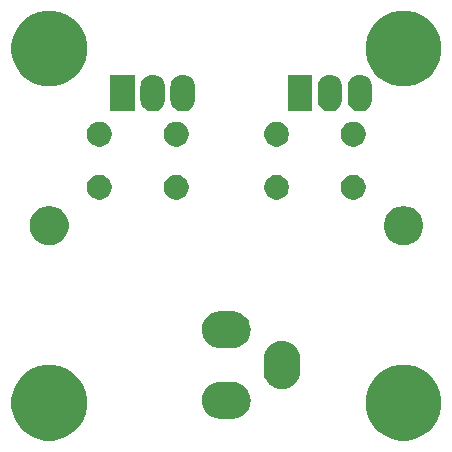
<source format=gbr>
G04 #@! TF.GenerationSoftware,KiCad,Pcbnew,(5.0.2)-1*
G04 #@! TF.CreationDate,2021-07-15T21:47:40+01:00*
G04 #@! TF.ProjectId,KICAD-CN-BAS2-03-03,4b494341-442d-4434-9e2d-424153322d30,rev?*
G04 #@! TF.SameCoordinates,Original*
G04 #@! TF.FileFunction,Soldermask,Top*
G04 #@! TF.FilePolarity,Negative*
%FSLAX46Y46*%
G04 Gerber Fmt 4.6, Leading zero omitted, Abs format (unit mm)*
G04 Created by KiCad (PCBNEW (5.0.2)-1) date 15/07/2021 21:47:40*
%MOMM*%
%LPD*%
G01*
G04 APERTURE LIST*
%ADD10C,0.100000*%
G04 APERTURE END LIST*
D10*
G36*
X15933696Y-11922012D02*
X16516241Y-12163310D01*
X17040521Y-12513623D01*
X17486377Y-12959479D01*
X17836690Y-13483759D01*
X18077988Y-14066304D01*
X18201000Y-14684728D01*
X18201000Y-15315272D01*
X18077988Y-15933696D01*
X17836690Y-16516241D01*
X17486377Y-17040521D01*
X17040521Y-17486377D01*
X16516241Y-17836690D01*
X15933696Y-18077988D01*
X15315272Y-18201000D01*
X14684728Y-18201000D01*
X14066304Y-18077988D01*
X13483759Y-17836690D01*
X12959479Y-17486377D01*
X12513623Y-17040521D01*
X12163310Y-16516241D01*
X11922012Y-15933696D01*
X11799000Y-15315272D01*
X11799000Y-14684728D01*
X11922012Y-14066304D01*
X12163310Y-13483759D01*
X12513623Y-12959479D01*
X12959479Y-12513623D01*
X13483759Y-12163310D01*
X14066304Y-11922012D01*
X14684728Y-11799000D01*
X15315272Y-11799000D01*
X15933696Y-11922012D01*
X15933696Y-11922012D01*
G37*
G36*
X-14066304Y-11922012D02*
X-13483759Y-12163310D01*
X-12959479Y-12513623D01*
X-12513623Y-12959479D01*
X-12163310Y-13483759D01*
X-11922012Y-14066304D01*
X-11799000Y-14684728D01*
X-11799000Y-15315272D01*
X-11922012Y-15933696D01*
X-12163310Y-16516241D01*
X-12513623Y-17040521D01*
X-12959479Y-17486377D01*
X-13483759Y-17836690D01*
X-14066304Y-18077988D01*
X-14684728Y-18201000D01*
X-15315272Y-18201000D01*
X-15933696Y-18077988D01*
X-16516241Y-17836690D01*
X-17040521Y-17486377D01*
X-17486377Y-17040521D01*
X-17836690Y-16516241D01*
X-18077988Y-15933696D01*
X-18201000Y-15315272D01*
X-18201000Y-14684728D01*
X-18077988Y-14066304D01*
X-17836690Y-13483759D01*
X-17486377Y-12959479D01*
X-17040521Y-12513623D01*
X-16516241Y-12163310D01*
X-15933696Y-11922012D01*
X-15315272Y-11799000D01*
X-14684728Y-11799000D01*
X-14066304Y-11922012D01*
X-14066304Y-11922012D01*
G37*
G36*
X652143Y-13249881D02*
X804049Y-13264842D01*
X998959Y-13323967D01*
X1096415Y-13353530D01*
X1186395Y-13401626D01*
X1365858Y-13497551D01*
X1602029Y-13691371D01*
X1795849Y-13927542D01*
X1870018Y-14066303D01*
X1939870Y-14196985D01*
X1939870Y-14196986D01*
X2028558Y-14489351D01*
X2058504Y-14793400D01*
X2028558Y-15097449D01*
X1969433Y-15292359D01*
X1939870Y-15389815D01*
X1887340Y-15488090D01*
X1795849Y-15659258D01*
X1602029Y-15895429D01*
X1365858Y-16089249D01*
X1194690Y-16180740D01*
X1096415Y-16233270D01*
X998959Y-16262833D01*
X804049Y-16321958D01*
X652143Y-16336919D01*
X576191Y-16344400D01*
X-576191Y-16344400D01*
X-652143Y-16336919D01*
X-804049Y-16321958D01*
X-998959Y-16262833D01*
X-1096415Y-16233270D01*
X-1194690Y-16180740D01*
X-1365858Y-16089249D01*
X-1602029Y-15895429D01*
X-1795849Y-15659258D01*
X-1887340Y-15488090D01*
X-1939870Y-15389815D01*
X-1969433Y-15292359D01*
X-2028558Y-15097449D01*
X-2058504Y-14793400D01*
X-2028558Y-14489351D01*
X-1939870Y-14196986D01*
X-1939870Y-14196985D01*
X-1870018Y-14066303D01*
X-1795849Y-13927542D01*
X-1602029Y-13691371D01*
X-1365858Y-13497551D01*
X-1186395Y-13401626D01*
X-1096415Y-13353530D01*
X-998959Y-13323967D01*
X-804049Y-13264842D01*
X-652143Y-13249881D01*
X-576191Y-13242400D01*
X576191Y-13242400D01*
X652143Y-13249881D01*
X652143Y-13249881D01*
G37*
G36*
X5003049Y-9771042D02*
X5197959Y-9830167D01*
X5295415Y-9859730D01*
X5371931Y-9900629D01*
X5564858Y-10003751D01*
X5801029Y-10197571D01*
X5994849Y-10433742D01*
X6086340Y-10604910D01*
X6138870Y-10703185D01*
X6138870Y-10703186D01*
X6227558Y-10995551D01*
X6250000Y-11223410D01*
X6250000Y-12375790D01*
X6227558Y-12603649D01*
X6168433Y-12798559D01*
X6138870Y-12896015D01*
X6104947Y-12959479D01*
X5994849Y-13165458D01*
X5917321Y-13259926D01*
X5801032Y-13401626D01*
X5801030Y-13401627D01*
X5801029Y-13401629D01*
X5564857Y-13595449D01*
X5430135Y-13667460D01*
X5295414Y-13739470D01*
X5197958Y-13769033D01*
X5003048Y-13828158D01*
X4699000Y-13858104D01*
X4394951Y-13828158D01*
X4200041Y-13769033D01*
X4102585Y-13739470D01*
X4004310Y-13686940D01*
X3833142Y-13595449D01*
X3697046Y-13483758D01*
X3596974Y-13401632D01*
X3596973Y-13401630D01*
X3596971Y-13401629D01*
X3403151Y-13165457D01*
X3259131Y-12896015D01*
X3259130Y-12896014D01*
X3229567Y-12798558D01*
X3170442Y-12603648D01*
X3148000Y-12375789D01*
X3148000Y-11223410D01*
X3170442Y-10995551D01*
X3259130Y-10703186D01*
X3259130Y-10703185D01*
X3311660Y-10604910D01*
X3403151Y-10433742D01*
X3596972Y-10197571D01*
X3833143Y-10003751D01*
X4026070Y-9900629D01*
X4102586Y-9859730D01*
X4200042Y-9830167D01*
X4394952Y-9771042D01*
X4699000Y-9741096D01*
X5003049Y-9771042D01*
X5003049Y-9771042D01*
G37*
G36*
X652143Y-7255081D02*
X804049Y-7270042D01*
X998959Y-7329167D01*
X1096415Y-7358730D01*
X1194690Y-7411260D01*
X1365858Y-7502751D01*
X1602029Y-7696571D01*
X1795849Y-7932742D01*
X1887340Y-8103910D01*
X1939870Y-8202185D01*
X1939870Y-8202186D01*
X2028558Y-8494551D01*
X2058504Y-8798600D01*
X2028558Y-9102649D01*
X1969433Y-9297559D01*
X1939870Y-9395015D01*
X1887340Y-9493290D01*
X1795849Y-9664458D01*
X1602029Y-9900629D01*
X1365858Y-10094449D01*
X1194690Y-10185940D01*
X1096415Y-10238470D01*
X998959Y-10268033D01*
X804049Y-10327158D01*
X652143Y-10342119D01*
X576191Y-10349600D01*
X-576191Y-10349600D01*
X-652143Y-10342119D01*
X-804049Y-10327158D01*
X-998959Y-10268033D01*
X-1096415Y-10238470D01*
X-1194690Y-10185940D01*
X-1365858Y-10094449D01*
X-1602029Y-9900629D01*
X-1795849Y-9664458D01*
X-1887340Y-9493290D01*
X-1939870Y-9395015D01*
X-1969433Y-9297559D01*
X-2028558Y-9102649D01*
X-2058504Y-8798600D01*
X-2028558Y-8494551D01*
X-1939870Y-8202186D01*
X-1939870Y-8202185D01*
X-1887340Y-8103910D01*
X-1795849Y-7932742D01*
X-1602029Y-7696571D01*
X-1365858Y-7502751D01*
X-1194690Y-7411260D01*
X-1096415Y-7358730D01*
X-998959Y-7329167D01*
X-804049Y-7270042D01*
X-652143Y-7255081D01*
X-576191Y-7247600D01*
X576191Y-7247600D01*
X652143Y-7255081D01*
X652143Y-7255081D01*
G37*
G36*
X-14624744Y1608702D02*
X-14518421Y1587553D01*
X-14217958Y1463097D01*
X-13951148Y1284820D01*
X-13947546Y1282413D01*
X-13717587Y1052454D01*
X-13536902Y782040D01*
X-13412447Y481578D01*
X-13349000Y162611D01*
X-13349000Y-162611D01*
X-13412447Y-481578D01*
X-13536902Y-782040D01*
X-13717587Y-1052454D01*
X-13947546Y-1282413D01*
X-13947549Y-1282415D01*
X-14217958Y-1463097D01*
X-14518421Y-1587553D01*
X-14624744Y-1608702D01*
X-14837389Y-1651000D01*
X-15162611Y-1651000D01*
X-15375256Y-1608702D01*
X-15481579Y-1587553D01*
X-15782042Y-1463097D01*
X-16052451Y-1282415D01*
X-16052454Y-1282413D01*
X-16282413Y-1052454D01*
X-16463098Y-782040D01*
X-16587553Y-481578D01*
X-16651000Y-162611D01*
X-16651000Y162611D01*
X-16587553Y481578D01*
X-16463098Y782040D01*
X-16282413Y1052454D01*
X-16052454Y1282413D01*
X-16048852Y1284820D01*
X-15782042Y1463097D01*
X-15481579Y1587553D01*
X-15375256Y1608702D01*
X-15162611Y1651000D01*
X-14837389Y1651000D01*
X-14624744Y1608702D01*
X-14624744Y1608702D01*
G37*
G36*
X15375256Y1608702D02*
X15481579Y1587553D01*
X15782042Y1463097D01*
X16048852Y1284820D01*
X16052454Y1282413D01*
X16282413Y1052454D01*
X16463098Y782040D01*
X16587553Y481578D01*
X16651000Y162611D01*
X16651000Y-162611D01*
X16587553Y-481578D01*
X16463098Y-782040D01*
X16282413Y-1052454D01*
X16052454Y-1282413D01*
X16052451Y-1282415D01*
X15782042Y-1463097D01*
X15481579Y-1587553D01*
X15375256Y-1608702D01*
X15162611Y-1651000D01*
X14837389Y-1651000D01*
X14624744Y-1608702D01*
X14518421Y-1587553D01*
X14217958Y-1463097D01*
X13947549Y-1282415D01*
X13947546Y-1282413D01*
X13717587Y-1052454D01*
X13536902Y-782040D01*
X13412447Y-481578D01*
X13349000Y-162611D01*
X13349000Y162611D01*
X13412447Y481578D01*
X13536902Y782040D01*
X13717587Y1052454D01*
X13947546Y1282413D01*
X13951148Y1284820D01*
X14217958Y1463097D01*
X14518421Y1587553D01*
X14624744Y1608702D01*
X14837389Y1651000D01*
X15162611Y1651000D01*
X15375256Y1608702D01*
X15375256Y1608702D01*
G37*
G36*
X11056565Y4260611D02*
X11247834Y4181385D01*
X11419976Y4066363D01*
X11566363Y3919976D01*
X11681385Y3747834D01*
X11760611Y3556565D01*
X11801000Y3353516D01*
X11801000Y3146484D01*
X11760611Y2943435D01*
X11681385Y2752166D01*
X11566363Y2580024D01*
X11419976Y2433637D01*
X11247834Y2318615D01*
X11056565Y2239389D01*
X10853516Y2199000D01*
X10646484Y2199000D01*
X10443435Y2239389D01*
X10252166Y2318615D01*
X10080024Y2433637D01*
X9933637Y2580024D01*
X9818615Y2752166D01*
X9739389Y2943435D01*
X9699000Y3146484D01*
X9699000Y3353516D01*
X9739389Y3556565D01*
X9818615Y3747834D01*
X9933637Y3919976D01*
X10080024Y4066363D01*
X10252166Y4181385D01*
X10443435Y4260611D01*
X10646484Y4301000D01*
X10853516Y4301000D01*
X11056565Y4260611D01*
X11056565Y4260611D01*
G37*
G36*
X-3943435Y4260611D02*
X-3752166Y4181385D01*
X-3580024Y4066363D01*
X-3433637Y3919976D01*
X-3318615Y3747834D01*
X-3239389Y3556565D01*
X-3199000Y3353516D01*
X-3199000Y3146484D01*
X-3239389Y2943435D01*
X-3318615Y2752166D01*
X-3433637Y2580024D01*
X-3580024Y2433637D01*
X-3752166Y2318615D01*
X-3943435Y2239389D01*
X-4146484Y2199000D01*
X-4353516Y2199000D01*
X-4556565Y2239389D01*
X-4747834Y2318615D01*
X-4919976Y2433637D01*
X-5066363Y2580024D01*
X-5181385Y2752166D01*
X-5260611Y2943435D01*
X-5301000Y3146484D01*
X-5301000Y3353516D01*
X-5260611Y3556565D01*
X-5181385Y3747834D01*
X-5066363Y3919976D01*
X-4919976Y4066363D01*
X-4747834Y4181385D01*
X-4556565Y4260611D01*
X-4353516Y4301000D01*
X-4146484Y4301000D01*
X-3943435Y4260611D01*
X-3943435Y4260611D01*
G37*
G36*
X-10443435Y4260611D02*
X-10252166Y4181385D01*
X-10080024Y4066363D01*
X-9933637Y3919976D01*
X-9818615Y3747834D01*
X-9739389Y3556565D01*
X-9699000Y3353516D01*
X-9699000Y3146484D01*
X-9739389Y2943435D01*
X-9818615Y2752166D01*
X-9933637Y2580024D01*
X-10080024Y2433637D01*
X-10252166Y2318615D01*
X-10443435Y2239389D01*
X-10646484Y2199000D01*
X-10853516Y2199000D01*
X-11056565Y2239389D01*
X-11247834Y2318615D01*
X-11419976Y2433637D01*
X-11566363Y2580024D01*
X-11681385Y2752166D01*
X-11760611Y2943435D01*
X-11801000Y3146484D01*
X-11801000Y3353516D01*
X-11760611Y3556565D01*
X-11681385Y3747834D01*
X-11566363Y3919976D01*
X-11419976Y4066363D01*
X-11247834Y4181385D01*
X-11056565Y4260611D01*
X-10853516Y4301000D01*
X-10646484Y4301000D01*
X-10443435Y4260611D01*
X-10443435Y4260611D01*
G37*
G36*
X4556565Y4260611D02*
X4747834Y4181385D01*
X4919976Y4066363D01*
X5066363Y3919976D01*
X5181385Y3747834D01*
X5260611Y3556565D01*
X5301000Y3353516D01*
X5301000Y3146484D01*
X5260611Y2943435D01*
X5181385Y2752166D01*
X5066363Y2580024D01*
X4919976Y2433637D01*
X4747834Y2318615D01*
X4556565Y2239389D01*
X4353516Y2199000D01*
X4146484Y2199000D01*
X3943435Y2239389D01*
X3752166Y2318615D01*
X3580024Y2433637D01*
X3433637Y2580024D01*
X3318615Y2752166D01*
X3239389Y2943435D01*
X3199000Y3146484D01*
X3199000Y3353516D01*
X3239389Y3556565D01*
X3318615Y3747834D01*
X3433637Y3919976D01*
X3580024Y4066363D01*
X3752166Y4181385D01*
X3943435Y4260611D01*
X4146484Y4301000D01*
X4353516Y4301000D01*
X4556565Y4260611D01*
X4556565Y4260611D01*
G37*
G36*
X-3943435Y8760611D02*
X-3752166Y8681385D01*
X-3580024Y8566363D01*
X-3433637Y8419976D01*
X-3318615Y8247834D01*
X-3239389Y8056565D01*
X-3199000Y7853516D01*
X-3199000Y7646484D01*
X-3239389Y7443435D01*
X-3318615Y7252166D01*
X-3433637Y7080024D01*
X-3580024Y6933637D01*
X-3752166Y6818615D01*
X-3943435Y6739389D01*
X-4146484Y6699000D01*
X-4353516Y6699000D01*
X-4556565Y6739389D01*
X-4747834Y6818615D01*
X-4919976Y6933637D01*
X-5066363Y7080024D01*
X-5181385Y7252166D01*
X-5260611Y7443435D01*
X-5301000Y7646484D01*
X-5301000Y7853516D01*
X-5260611Y8056565D01*
X-5181385Y8247834D01*
X-5066363Y8419976D01*
X-4919976Y8566363D01*
X-4747834Y8681385D01*
X-4556565Y8760611D01*
X-4353516Y8801000D01*
X-4146484Y8801000D01*
X-3943435Y8760611D01*
X-3943435Y8760611D01*
G37*
G36*
X-10443435Y8760611D02*
X-10252166Y8681385D01*
X-10080024Y8566363D01*
X-9933637Y8419976D01*
X-9818615Y8247834D01*
X-9739389Y8056565D01*
X-9699000Y7853516D01*
X-9699000Y7646484D01*
X-9739389Y7443435D01*
X-9818615Y7252166D01*
X-9933637Y7080024D01*
X-10080024Y6933637D01*
X-10252166Y6818615D01*
X-10443435Y6739389D01*
X-10646484Y6699000D01*
X-10853516Y6699000D01*
X-11056565Y6739389D01*
X-11247834Y6818615D01*
X-11419976Y6933637D01*
X-11566363Y7080024D01*
X-11681385Y7252166D01*
X-11760611Y7443435D01*
X-11801000Y7646484D01*
X-11801000Y7853516D01*
X-11760611Y8056565D01*
X-11681385Y8247834D01*
X-11566363Y8419976D01*
X-11419976Y8566363D01*
X-11247834Y8681385D01*
X-11056565Y8760611D01*
X-10853516Y8801000D01*
X-10646484Y8801000D01*
X-10443435Y8760611D01*
X-10443435Y8760611D01*
G37*
G36*
X11056565Y8760611D02*
X11247834Y8681385D01*
X11419976Y8566363D01*
X11566363Y8419976D01*
X11681385Y8247834D01*
X11760611Y8056565D01*
X11801000Y7853516D01*
X11801000Y7646484D01*
X11760611Y7443435D01*
X11681385Y7252166D01*
X11566363Y7080024D01*
X11419976Y6933637D01*
X11247834Y6818615D01*
X11056565Y6739389D01*
X10853516Y6699000D01*
X10646484Y6699000D01*
X10443435Y6739389D01*
X10252166Y6818615D01*
X10080024Y6933637D01*
X9933637Y7080024D01*
X9818615Y7252166D01*
X9739389Y7443435D01*
X9699000Y7646484D01*
X9699000Y7853516D01*
X9739389Y8056565D01*
X9818615Y8247834D01*
X9933637Y8419976D01*
X10080024Y8566363D01*
X10252166Y8681385D01*
X10443435Y8760611D01*
X10646484Y8801000D01*
X10853516Y8801000D01*
X11056565Y8760611D01*
X11056565Y8760611D01*
G37*
G36*
X4556565Y8760611D02*
X4747834Y8681385D01*
X4919976Y8566363D01*
X5066363Y8419976D01*
X5181385Y8247834D01*
X5260611Y8056565D01*
X5301000Y7853516D01*
X5301000Y7646484D01*
X5260611Y7443435D01*
X5181385Y7252166D01*
X5066363Y7080024D01*
X4919976Y6933637D01*
X4747834Y6818615D01*
X4556565Y6739389D01*
X4353516Y6699000D01*
X4146484Y6699000D01*
X3943435Y6739389D01*
X3752166Y6818615D01*
X3580024Y6933637D01*
X3433637Y7080024D01*
X3318615Y7252166D01*
X3239389Y7443435D01*
X3199000Y7646484D01*
X3199000Y7853516D01*
X3239389Y8056565D01*
X3318615Y8247834D01*
X3433637Y8419976D01*
X3580024Y8566363D01*
X3752166Y8681385D01*
X3943435Y8760611D01*
X4146484Y8801000D01*
X4353516Y8801000D01*
X4556565Y8760611D01*
X4556565Y8760611D01*
G37*
G36*
X-3483969Y12760793D02*
X-3285855Y12700695D01*
X-3103271Y12603103D01*
X-2943235Y12471765D01*
X-2943234Y12471763D01*
X-2943232Y12471762D01*
X-2864432Y12375743D01*
X-2811897Y12311729D01*
X-2714305Y12129146D01*
X-2654207Y11931032D01*
X-2639000Y11776630D01*
X-2639000Y10673370D01*
X-2654207Y10518968D01*
X-2714305Y10320854D01*
X-2811897Y10138271D01*
X-2943235Y9978235D01*
X-3103271Y9846897D01*
X-3285854Y9749305D01*
X-3483968Y9689207D01*
X-3690000Y9668915D01*
X-3896031Y9689207D01*
X-4094145Y9749305D01*
X-4276728Y9846897D01*
X-4436764Y9978235D01*
X-4568101Y10138269D01*
X-4665694Y10320852D01*
X-4725793Y10518972D01*
X-4741000Y10673369D01*
X-4741000Y11776630D01*
X-4725793Y11931027D01*
X-4725793Y11931031D01*
X-4665695Y12129145D01*
X-4568103Y12311729D01*
X-4436765Y12471765D01*
X-4436763Y12471766D01*
X-4436762Y12471768D01*
X-4276731Y12603101D01*
X-4276729Y12603103D01*
X-4094146Y12700695D01*
X-3896032Y12760793D01*
X-3690000Y12781085D01*
X-3483969Y12760793D01*
X-3483969Y12760793D01*
G37*
G36*
X-6023969Y12760793D02*
X-5825855Y12700695D01*
X-5643271Y12603103D01*
X-5483235Y12471765D01*
X-5483234Y12471763D01*
X-5483232Y12471762D01*
X-5404432Y12375743D01*
X-5351897Y12311729D01*
X-5254305Y12129146D01*
X-5194207Y11931032D01*
X-5179000Y11776630D01*
X-5179000Y10673370D01*
X-5194207Y10518968D01*
X-5254305Y10320854D01*
X-5351897Y10138271D01*
X-5483235Y9978235D01*
X-5643271Y9846897D01*
X-5825854Y9749305D01*
X-6023968Y9689207D01*
X-6230000Y9668915D01*
X-6436031Y9689207D01*
X-6634145Y9749305D01*
X-6816728Y9846897D01*
X-6976764Y9978235D01*
X-7108101Y10138269D01*
X-7205694Y10320852D01*
X-7265793Y10518972D01*
X-7281000Y10673369D01*
X-7281000Y11776630D01*
X-7265793Y11931027D01*
X-7265793Y11931031D01*
X-7205695Y12129145D01*
X-7108103Y12311729D01*
X-6976765Y12471765D01*
X-6976763Y12471766D01*
X-6976762Y12471768D01*
X-6816731Y12603101D01*
X-6816729Y12603103D01*
X-6634146Y12700695D01*
X-6436032Y12760793D01*
X-6230000Y12781085D01*
X-6023969Y12760793D01*
X-6023969Y12760793D01*
G37*
G36*
X11516031Y12760793D02*
X11714145Y12700695D01*
X11896729Y12603103D01*
X12056765Y12471765D01*
X12056766Y12471763D01*
X12056768Y12471762D01*
X12135568Y12375743D01*
X12188103Y12311729D01*
X12285695Y12129146D01*
X12345793Y11931032D01*
X12361000Y11776630D01*
X12361000Y10673370D01*
X12345793Y10518968D01*
X12285695Y10320854D01*
X12188103Y10138271D01*
X12056765Y9978235D01*
X11896729Y9846897D01*
X11714146Y9749305D01*
X11516032Y9689207D01*
X11310000Y9668915D01*
X11103969Y9689207D01*
X10905855Y9749305D01*
X10723272Y9846897D01*
X10563236Y9978235D01*
X10431899Y10138269D01*
X10334306Y10320852D01*
X10274207Y10518972D01*
X10259000Y10673369D01*
X10259000Y11776630D01*
X10274207Y11931027D01*
X10274207Y11931031D01*
X10334305Y12129145D01*
X10431897Y12311729D01*
X10563235Y12471765D01*
X10563237Y12471766D01*
X10563238Y12471768D01*
X10723269Y12603101D01*
X10723271Y12603103D01*
X10905854Y12700695D01*
X11103968Y12760793D01*
X11310000Y12781085D01*
X11516031Y12760793D01*
X11516031Y12760793D01*
G37*
G36*
X8976031Y12760793D02*
X9174145Y12700695D01*
X9356729Y12603103D01*
X9516765Y12471765D01*
X9516766Y12471763D01*
X9516768Y12471762D01*
X9595568Y12375743D01*
X9648103Y12311729D01*
X9745695Y12129146D01*
X9805793Y11931032D01*
X9821000Y11776630D01*
X9821000Y10673370D01*
X9805793Y10518968D01*
X9745695Y10320854D01*
X9648103Y10138271D01*
X9516765Y9978235D01*
X9356729Y9846897D01*
X9174146Y9749305D01*
X8976032Y9689207D01*
X8770000Y9668915D01*
X8563969Y9689207D01*
X8365855Y9749305D01*
X8183272Y9846897D01*
X8023236Y9978235D01*
X7891899Y10138269D01*
X7794306Y10320852D01*
X7734207Y10518972D01*
X7719000Y10673369D01*
X7719000Y11776630D01*
X7734207Y11931027D01*
X7734207Y11931031D01*
X7794305Y12129145D01*
X7891897Y12311729D01*
X8023235Y12471765D01*
X8023237Y12471766D01*
X8023238Y12471768D01*
X8183269Y12603101D01*
X8183271Y12603103D01*
X8365854Y12700695D01*
X8563968Y12760793D01*
X8770000Y12781085D01*
X8976031Y12760793D01*
X8976031Y12760793D01*
G37*
G36*
X-7719000Y9674000D02*
X-9821000Y9674000D01*
X-9821000Y12776000D01*
X-7719000Y12776000D01*
X-7719000Y9674000D01*
X-7719000Y9674000D01*
G37*
G36*
X7281000Y9674000D02*
X5179000Y9674000D01*
X5179000Y12776000D01*
X7281000Y12776000D01*
X7281000Y9674000D01*
X7281000Y9674000D01*
G37*
G36*
X-14066304Y18077988D02*
X-13483759Y17836690D01*
X-12959479Y17486377D01*
X-12513623Y17040521D01*
X-12163310Y16516241D01*
X-11922012Y15933696D01*
X-11799000Y15315272D01*
X-11799000Y14684728D01*
X-11922012Y14066304D01*
X-12163310Y13483759D01*
X-12513623Y12959479D01*
X-12959479Y12513623D01*
X-13483759Y12163310D01*
X-14066304Y11922012D01*
X-14684728Y11799000D01*
X-15315272Y11799000D01*
X-15933696Y11922012D01*
X-16516241Y12163310D01*
X-17040521Y12513623D01*
X-17486377Y12959479D01*
X-17836690Y13483759D01*
X-18077988Y14066304D01*
X-18201000Y14684728D01*
X-18201000Y15315272D01*
X-18077988Y15933696D01*
X-17836690Y16516241D01*
X-17486377Y17040521D01*
X-17040521Y17486377D01*
X-16516241Y17836690D01*
X-15933696Y18077988D01*
X-15315272Y18201000D01*
X-14684728Y18201000D01*
X-14066304Y18077988D01*
X-14066304Y18077988D01*
G37*
G36*
X15933696Y18077988D02*
X16516241Y17836690D01*
X17040521Y17486377D01*
X17486377Y17040521D01*
X17836690Y16516241D01*
X18077988Y15933696D01*
X18201000Y15315272D01*
X18201000Y14684728D01*
X18077988Y14066304D01*
X17836690Y13483759D01*
X17486377Y12959479D01*
X17040521Y12513623D01*
X16516241Y12163310D01*
X15933696Y11922012D01*
X15315272Y11799000D01*
X14684728Y11799000D01*
X14066304Y11922012D01*
X13483759Y12163310D01*
X12959479Y12513623D01*
X12513623Y12959479D01*
X12163310Y13483759D01*
X11922012Y14066304D01*
X11799000Y14684728D01*
X11799000Y15315272D01*
X11922012Y15933696D01*
X12163310Y16516241D01*
X12513623Y17040521D01*
X12959479Y17486377D01*
X13483759Y17836690D01*
X14066304Y18077988D01*
X14684728Y18201000D01*
X15315272Y18201000D01*
X15933696Y18077988D01*
X15933696Y18077988D01*
G37*
M02*

</source>
